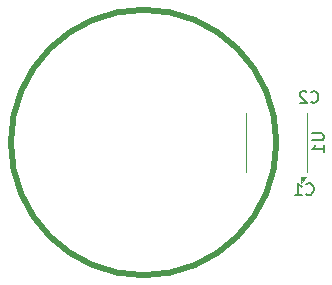
<source format=gbr>
%TF.GenerationSoftware,KiCad,Pcbnew,8.0.1*%
%TF.CreationDate,2024-04-16T09:43:11+08:00*%
%TF.ProjectId,tsa,7473612e-6b69-4636-9164-5f7063625858,rev?*%
%TF.SameCoordinates,Original*%
%TF.FileFunction,Legend,Bot*%
%TF.FilePolarity,Positive*%
%FSLAX46Y46*%
G04 Gerber Fmt 4.6, Leading zero omitted, Abs format (unit mm)*
G04 Created by KiCad (PCBNEW 8.0.1) date 2024-04-16 09:43:11*
%MOMM*%
%LPD*%
G01*
G04 APERTURE LIST*
%ADD10C,0.500000*%
%ADD11C,0.150000*%
%ADD12C,0.120000*%
G04 APERTURE END LIST*
D10*
X11240000Y0D02*
G75*
G02*
X-11240000Y0I-11240000J0D01*
G01*
X-11240000Y0D02*
G75*
G02*
X11240000Y0I11240000J0D01*
G01*
D11*
X13766666Y-4359580D02*
X13814285Y-4407200D01*
X13814285Y-4407200D02*
X13957142Y-4454819D01*
X13957142Y-4454819D02*
X14052380Y-4454819D01*
X14052380Y-4454819D02*
X14195237Y-4407200D01*
X14195237Y-4407200D02*
X14290475Y-4311961D01*
X14290475Y-4311961D02*
X14338094Y-4216723D01*
X14338094Y-4216723D02*
X14385713Y-4026247D01*
X14385713Y-4026247D02*
X14385713Y-3883390D01*
X14385713Y-3883390D02*
X14338094Y-3692914D01*
X14338094Y-3692914D02*
X14290475Y-3597676D01*
X14290475Y-3597676D02*
X14195237Y-3502438D01*
X14195237Y-3502438D02*
X14052380Y-3454819D01*
X14052380Y-3454819D02*
X13957142Y-3454819D01*
X13957142Y-3454819D02*
X13814285Y-3502438D01*
X13814285Y-3502438D02*
X13766666Y-3550057D01*
X12814285Y-4454819D02*
X13385713Y-4454819D01*
X13099999Y-4454819D02*
X13099999Y-3454819D01*
X13099999Y-3454819D02*
X13195237Y-3597676D01*
X13195237Y-3597676D02*
X13290475Y-3692914D01*
X13290475Y-3692914D02*
X13385713Y-3740533D01*
X14166666Y3440419D02*
X14214285Y3392800D01*
X14214285Y3392800D02*
X14357142Y3345180D01*
X14357142Y3345180D02*
X14452380Y3345180D01*
X14452380Y3345180D02*
X14595237Y3392800D01*
X14595237Y3392800D02*
X14690475Y3488038D01*
X14690475Y3488038D02*
X14738094Y3583276D01*
X14738094Y3583276D02*
X14785713Y3773752D01*
X14785713Y3773752D02*
X14785713Y3916609D01*
X14785713Y3916609D02*
X14738094Y4107085D01*
X14738094Y4107085D02*
X14690475Y4202323D01*
X14690475Y4202323D02*
X14595237Y4297561D01*
X14595237Y4297561D02*
X14452380Y4345180D01*
X14452380Y4345180D02*
X14357142Y4345180D01*
X14357142Y4345180D02*
X14214285Y4297561D01*
X14214285Y4297561D02*
X14166666Y4249942D01*
X13785713Y4249942D02*
X13738094Y4297561D01*
X13738094Y4297561D02*
X13642856Y4345180D01*
X13642856Y4345180D02*
X13404761Y4345180D01*
X13404761Y4345180D02*
X13309523Y4297561D01*
X13309523Y4297561D02*
X13261904Y4249942D01*
X13261904Y4249942D02*
X13214285Y4154704D01*
X13214285Y4154704D02*
X13214285Y4059466D01*
X13214285Y4059466D02*
X13261904Y3916609D01*
X13261904Y3916609D02*
X13833332Y3345180D01*
X13833332Y3345180D02*
X13214285Y3345180D01*
X14244819Y761904D02*
X15054342Y761904D01*
X15054342Y761904D02*
X15149580Y714285D01*
X15149580Y714285D02*
X15197200Y666666D01*
X15197200Y666666D02*
X15244819Y571428D01*
X15244819Y571428D02*
X15244819Y380952D01*
X15244819Y380952D02*
X15197200Y285714D01*
X15197200Y285714D02*
X15149580Y238095D01*
X15149580Y238095D02*
X15054342Y190476D01*
X15054342Y190476D02*
X14244819Y190476D01*
X15244819Y-809523D02*
X15244819Y-238095D01*
X15244819Y-523809D02*
X14244819Y-523809D01*
X14244819Y-523809D02*
X14387676Y-428571D01*
X14387676Y-428571D02*
X14482914Y-333333D01*
X14482914Y-333333D02*
X14530533Y-238095D01*
D12*
%TO.C,U1*%
X8630000Y2500000D02*
X8630000Y-2500000D01*
X13850000Y2500000D02*
X13850000Y-2500000D01*
X13300000Y-3420000D02*
X13300000Y-2940000D01*
X13780000Y-2940000D01*
X13300000Y-3420000D01*
G36*
X13300000Y-3420000D02*
G01*
X13300000Y-2940000D01*
X13780000Y-2940000D01*
X13300000Y-3420000D01*
G37*
%TD*%
M02*

</source>
